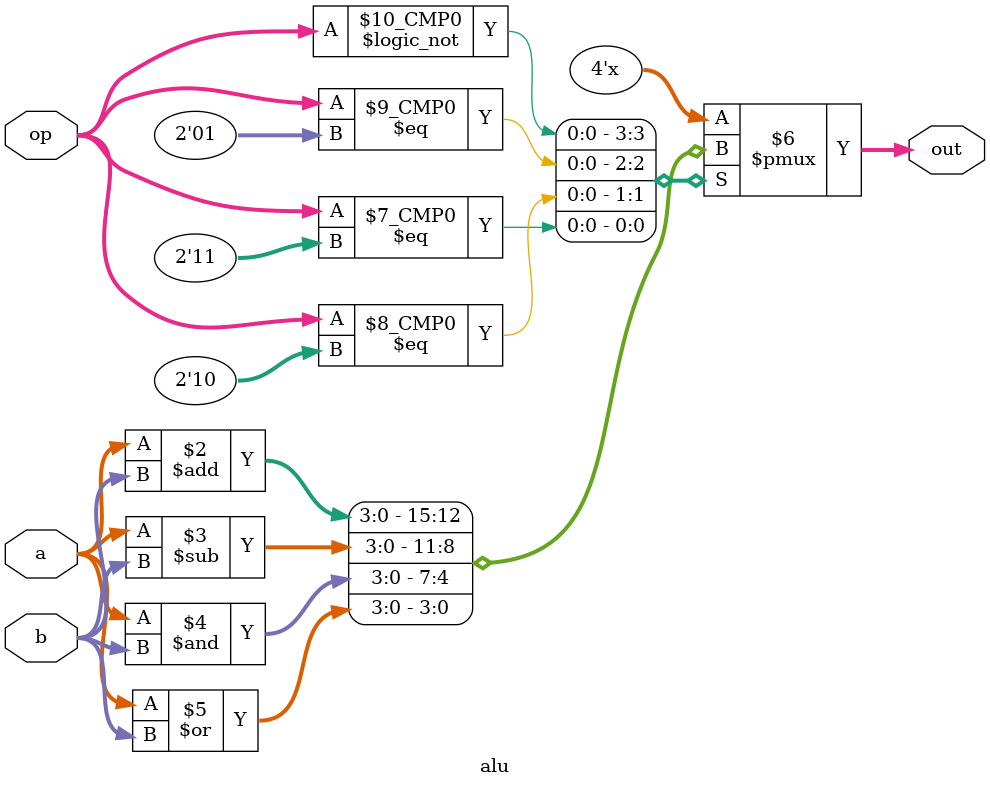
<source format=v>
module alu(
    input [3:0] a,
    input [3:0] b,
    input [1:0] op,
    output reg [3:0] out // 正确：组合逻辑 always 块中必须用 reg
);

    always @(*) begin
        case(op)
            2'b00: out = a + b; // 加法
            2'b01: out = a - b; // 减法
            2'b10: out = a & b; // 与
            2'b11: out = a | b; // 或
            default: out = 4'b0000; // 正确：防止产生 Latch 的默认赋值
        endcase
    end

endmodule
</source>
